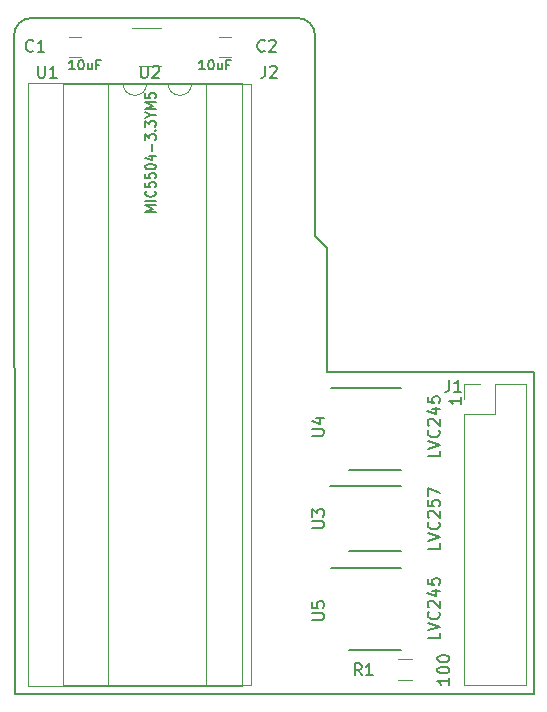
<source format=gbr>
%TF.GenerationSoftware,KiCad,Pcbnew,(5.1.5-0-10_14)*%
%TF.CreationDate,2020-10-24T19:52:31+02:00*%
%TF.ProjectId,c64board,63363462-6f61-4726-942e-6b696361645f,3.1*%
%TF.SameCoordinates,Original*%
%TF.FileFunction,Legend,Top*%
%TF.FilePolarity,Positive*%
%FSLAX46Y46*%
G04 Gerber Fmt 4.6, Leading zero omitted, Abs format (unit mm)*
G04 Created by KiCad (PCBNEW (5.1.5-0-10_14)) date 2020-10-24 19:52:31*
%MOMM*%
%LPD*%
G04 APERTURE LIST*
%ADD10C,0.150000*%
%ADD11C,0.120000*%
G04 APERTURE END LIST*
D10*
X132000000Y-50500000D02*
G75*
G02X133500000Y-49000000I1500000J0D01*
G01*
X156000000Y-49000000D02*
G75*
G02X157500000Y-50500000I0J-1500000D01*
G01*
X157500000Y-67500000D02*
X158500000Y-68500000D01*
X157500000Y-65000000D02*
X157500000Y-67500000D01*
X157500000Y-50500000D02*
X157500000Y-65000000D01*
X158500000Y-79000000D02*
X176000000Y-79000000D01*
X158500000Y-79000000D02*
X158500000Y-68500000D01*
X133500000Y-49000000D02*
X156000000Y-49000000D01*
X132080000Y-106250000D02*
X176000000Y-106250000D01*
X169852380Y-81114285D02*
X169852380Y-81685714D01*
X169852380Y-81400000D02*
X168852380Y-81400000D01*
X168995238Y-81495238D01*
X169090476Y-81590476D01*
X169138095Y-81685714D01*
X132080000Y-106250000D02*
X132000000Y-50500000D01*
X176000000Y-79000000D02*
X176000000Y-106250000D01*
D11*
X137660000Y-50585000D02*
X136660000Y-50585000D01*
X136660000Y-52285000D02*
X137660000Y-52285000D01*
X150360000Y-50585000D02*
X149360000Y-50585000D01*
X149360000Y-52285000D02*
X150360000Y-52285000D01*
X170120000Y-79950000D02*
X171450000Y-79950000D01*
X170120000Y-81280000D02*
X170120000Y-79950000D01*
X172720000Y-79950000D02*
X175320000Y-79950000D01*
X172720000Y-82550000D02*
X172720000Y-79950000D01*
X170120000Y-82550000D02*
X172720000Y-82550000D01*
X175320000Y-79950000D02*
X175320000Y-105470000D01*
X170120000Y-82550000D02*
X170120000Y-105470000D01*
X170120000Y-105470000D02*
X175320000Y-105470000D01*
X165700000Y-105020000D02*
X164500000Y-105020000D01*
X164500000Y-103260000D02*
X165700000Y-103260000D01*
X144410000Y-49825000D02*
X141960000Y-49825000D01*
X142610000Y-53045000D02*
X144410000Y-53045000D01*
D10*
X158785000Y-88640000D02*
X164760000Y-88640000D01*
X160360000Y-94165000D02*
X164760000Y-94165000D01*
X158810000Y-80370000D02*
X164785000Y-80370000D01*
X160335000Y-87270000D02*
X164785000Y-87270000D01*
X160335000Y-102510000D02*
X164785000Y-102510000D01*
X158810000Y-95610000D02*
X164785000Y-95610000D01*
D11*
X152110000Y-54550000D02*
X147050000Y-54550000D01*
X152110000Y-105470000D02*
X152110000Y-54550000D01*
X139990000Y-105470000D02*
X152110000Y-105470000D01*
X139990000Y-54550000D02*
X139990000Y-105470000D01*
X145050000Y-54550000D02*
X139990000Y-54550000D01*
X147050000Y-54550000D02*
G75*
G02X145050000Y-54550000I-1000000J0D01*
G01*
X151300000Y-54490000D02*
X133180000Y-54490000D01*
X151300000Y-105530000D02*
X151300000Y-54490000D01*
X133180000Y-105530000D02*
X151300000Y-105530000D01*
X133180000Y-54490000D02*
X133180000Y-105530000D01*
X148300000Y-54550000D02*
X143240000Y-54550000D01*
X148300000Y-105470000D02*
X148300000Y-54550000D01*
X136180000Y-105470000D02*
X148300000Y-105470000D01*
X136180000Y-54550000D02*
X136180000Y-105470000D01*
X141240000Y-54550000D02*
X136180000Y-54550000D01*
X143240000Y-54550000D02*
G75*
G02X141240000Y-54550000I-1000000J0D01*
G01*
D10*
X133633333Y-51757142D02*
X133585714Y-51804761D01*
X133442857Y-51852380D01*
X133347619Y-51852380D01*
X133204761Y-51804761D01*
X133109523Y-51709523D01*
X133061904Y-51614285D01*
X133014285Y-51423809D01*
X133014285Y-51280952D01*
X133061904Y-51090476D01*
X133109523Y-50995238D01*
X133204761Y-50900000D01*
X133347619Y-50852380D01*
X133442857Y-50852380D01*
X133585714Y-50900000D01*
X133633333Y-50947619D01*
X134585714Y-51852380D02*
X134014285Y-51852380D01*
X134300000Y-51852380D02*
X134300000Y-50852380D01*
X134204761Y-50995238D01*
X134109523Y-51090476D01*
X134014285Y-51138095D01*
X137142857Y-53361904D02*
X136685714Y-53361904D01*
X136914285Y-53361904D02*
X136914285Y-52561904D01*
X136838095Y-52676190D01*
X136761904Y-52752380D01*
X136685714Y-52790476D01*
X137638095Y-52561904D02*
X137714285Y-52561904D01*
X137790476Y-52600000D01*
X137828571Y-52638095D01*
X137866666Y-52714285D01*
X137904761Y-52866666D01*
X137904761Y-53057142D01*
X137866666Y-53209523D01*
X137828571Y-53285714D01*
X137790476Y-53323809D01*
X137714285Y-53361904D01*
X137638095Y-53361904D01*
X137561904Y-53323809D01*
X137523809Y-53285714D01*
X137485714Y-53209523D01*
X137447619Y-53057142D01*
X137447619Y-52866666D01*
X137485714Y-52714285D01*
X137523809Y-52638095D01*
X137561904Y-52600000D01*
X137638095Y-52561904D01*
X138590476Y-52828571D02*
X138590476Y-53361904D01*
X138247619Y-52828571D02*
X138247619Y-53247619D01*
X138285714Y-53323809D01*
X138361904Y-53361904D01*
X138476190Y-53361904D01*
X138552380Y-53323809D01*
X138590476Y-53285714D01*
X139238095Y-52942857D02*
X138971428Y-52942857D01*
X138971428Y-53361904D02*
X138971428Y-52561904D01*
X139352380Y-52561904D01*
X153233333Y-51757142D02*
X153185714Y-51804761D01*
X153042857Y-51852380D01*
X152947619Y-51852380D01*
X152804761Y-51804761D01*
X152709523Y-51709523D01*
X152661904Y-51614285D01*
X152614285Y-51423809D01*
X152614285Y-51280952D01*
X152661904Y-51090476D01*
X152709523Y-50995238D01*
X152804761Y-50900000D01*
X152947619Y-50852380D01*
X153042857Y-50852380D01*
X153185714Y-50900000D01*
X153233333Y-50947619D01*
X153614285Y-50947619D02*
X153661904Y-50900000D01*
X153757142Y-50852380D01*
X153995238Y-50852380D01*
X154090476Y-50900000D01*
X154138095Y-50947619D01*
X154185714Y-51042857D01*
X154185714Y-51138095D01*
X154138095Y-51280952D01*
X153566666Y-51852380D01*
X154185714Y-51852380D01*
X148142857Y-53361904D02*
X147685714Y-53361904D01*
X147914285Y-53361904D02*
X147914285Y-52561904D01*
X147838095Y-52676190D01*
X147761904Y-52752380D01*
X147685714Y-52790476D01*
X148638095Y-52561904D02*
X148714285Y-52561904D01*
X148790476Y-52600000D01*
X148828571Y-52638095D01*
X148866666Y-52714285D01*
X148904761Y-52866666D01*
X148904761Y-53057142D01*
X148866666Y-53209523D01*
X148828571Y-53285714D01*
X148790476Y-53323809D01*
X148714285Y-53361904D01*
X148638095Y-53361904D01*
X148561904Y-53323809D01*
X148523809Y-53285714D01*
X148485714Y-53209523D01*
X148447619Y-53057142D01*
X148447619Y-52866666D01*
X148485714Y-52714285D01*
X148523809Y-52638095D01*
X148561904Y-52600000D01*
X148638095Y-52561904D01*
X149590476Y-52828571D02*
X149590476Y-53361904D01*
X149247619Y-52828571D02*
X149247619Y-53247619D01*
X149285714Y-53323809D01*
X149361904Y-53361904D01*
X149476190Y-53361904D01*
X149552380Y-53323809D01*
X149590476Y-53285714D01*
X150238095Y-52942857D02*
X149971428Y-52942857D01*
X149971428Y-53361904D02*
X149971428Y-52561904D01*
X150352380Y-52561904D01*
X168866666Y-79652380D02*
X168866666Y-80366666D01*
X168819047Y-80509523D01*
X168723809Y-80604761D01*
X168580952Y-80652380D01*
X168485714Y-80652380D01*
X169866666Y-80652380D02*
X169295238Y-80652380D01*
X169580952Y-80652380D02*
X169580952Y-79652380D01*
X169485714Y-79795238D01*
X169390476Y-79890476D01*
X169295238Y-79938095D01*
X161433333Y-104652380D02*
X161100000Y-104176190D01*
X160861904Y-104652380D02*
X160861904Y-103652380D01*
X161242857Y-103652380D01*
X161338095Y-103700000D01*
X161385714Y-103747619D01*
X161433333Y-103842857D01*
X161433333Y-103985714D01*
X161385714Y-104080952D01*
X161338095Y-104128571D01*
X161242857Y-104176190D01*
X160861904Y-104176190D01*
X162385714Y-104652380D02*
X161814285Y-104652380D01*
X162100000Y-104652380D02*
X162100000Y-103652380D01*
X162004761Y-103795238D01*
X161909523Y-103890476D01*
X161814285Y-103938095D01*
X168852380Y-104866666D02*
X168852380Y-105438095D01*
X168852380Y-105152380D02*
X167852380Y-105152380D01*
X167995238Y-105247619D01*
X168090476Y-105342857D01*
X168138095Y-105438095D01*
X167852380Y-104247619D02*
X167852380Y-104152380D01*
X167900000Y-104057142D01*
X167947619Y-104009523D01*
X168042857Y-103961904D01*
X168233333Y-103914285D01*
X168471428Y-103914285D01*
X168661904Y-103961904D01*
X168757142Y-104009523D01*
X168804761Y-104057142D01*
X168852380Y-104152380D01*
X168852380Y-104247619D01*
X168804761Y-104342857D01*
X168757142Y-104390476D01*
X168661904Y-104438095D01*
X168471428Y-104485714D01*
X168233333Y-104485714D01*
X168042857Y-104438095D01*
X167947619Y-104390476D01*
X167900000Y-104342857D01*
X167852380Y-104247619D01*
X167852380Y-103295238D02*
X167852380Y-103200000D01*
X167900000Y-103104761D01*
X167947619Y-103057142D01*
X168042857Y-103009523D01*
X168233333Y-102961904D01*
X168471428Y-102961904D01*
X168661904Y-103009523D01*
X168757142Y-103057142D01*
X168804761Y-103104761D01*
X168852380Y-103200000D01*
X168852380Y-103295238D01*
X168804761Y-103390476D01*
X168757142Y-103438095D01*
X168661904Y-103485714D01*
X168471428Y-103533333D01*
X168233333Y-103533333D01*
X168042857Y-103485714D01*
X167947619Y-103438095D01*
X167900000Y-103390476D01*
X167852380Y-103295238D01*
X142748095Y-53052380D02*
X142748095Y-53861904D01*
X142795714Y-53957142D01*
X142843333Y-54004761D01*
X142938571Y-54052380D01*
X143129047Y-54052380D01*
X143224285Y-54004761D01*
X143271904Y-53957142D01*
X143319523Y-53861904D01*
X143319523Y-53052380D01*
X143748095Y-53147619D02*
X143795714Y-53100000D01*
X143890952Y-53052380D01*
X144129047Y-53052380D01*
X144224285Y-53100000D01*
X144271904Y-53147619D01*
X144319523Y-53242857D01*
X144319523Y-53338095D01*
X144271904Y-53480952D01*
X143700476Y-54052380D01*
X144319523Y-54052380D01*
X144007142Y-65409523D02*
X143107142Y-65409523D01*
X143750000Y-65142857D01*
X143107142Y-64876190D01*
X144007142Y-64876190D01*
X144007142Y-64495238D02*
X143107142Y-64495238D01*
X143921428Y-63657142D02*
X143964285Y-63695238D01*
X144007142Y-63809523D01*
X144007142Y-63885714D01*
X143964285Y-64000000D01*
X143878571Y-64076190D01*
X143792857Y-64114285D01*
X143621428Y-64152380D01*
X143492857Y-64152380D01*
X143321428Y-64114285D01*
X143235714Y-64076190D01*
X143150000Y-64000000D01*
X143107142Y-63885714D01*
X143107142Y-63809523D01*
X143150000Y-63695238D01*
X143192857Y-63657142D01*
X143107142Y-62933333D02*
X143107142Y-63314285D01*
X143535714Y-63352380D01*
X143492857Y-63314285D01*
X143450000Y-63238095D01*
X143450000Y-63047619D01*
X143492857Y-62971428D01*
X143535714Y-62933333D01*
X143621428Y-62895238D01*
X143835714Y-62895238D01*
X143921428Y-62933333D01*
X143964285Y-62971428D01*
X144007142Y-63047619D01*
X144007142Y-63238095D01*
X143964285Y-63314285D01*
X143921428Y-63352380D01*
X143107142Y-62171428D02*
X143107142Y-62552380D01*
X143535714Y-62590476D01*
X143492857Y-62552380D01*
X143450000Y-62476190D01*
X143450000Y-62285714D01*
X143492857Y-62209523D01*
X143535714Y-62171428D01*
X143621428Y-62133333D01*
X143835714Y-62133333D01*
X143921428Y-62171428D01*
X143964285Y-62209523D01*
X144007142Y-62285714D01*
X144007142Y-62476190D01*
X143964285Y-62552380D01*
X143921428Y-62590476D01*
X143107142Y-61638095D02*
X143107142Y-61561904D01*
X143150000Y-61485714D01*
X143192857Y-61447619D01*
X143278571Y-61409523D01*
X143450000Y-61371428D01*
X143664285Y-61371428D01*
X143835714Y-61409523D01*
X143921428Y-61447619D01*
X143964285Y-61485714D01*
X144007142Y-61561904D01*
X144007142Y-61638095D01*
X143964285Y-61714285D01*
X143921428Y-61752380D01*
X143835714Y-61790476D01*
X143664285Y-61828571D01*
X143450000Y-61828571D01*
X143278571Y-61790476D01*
X143192857Y-61752380D01*
X143150000Y-61714285D01*
X143107142Y-61638095D01*
X143407142Y-60685714D02*
X144007142Y-60685714D01*
X143064285Y-60876190D02*
X143707142Y-61066666D01*
X143707142Y-60571428D01*
X143664285Y-60266666D02*
X143664285Y-59657142D01*
X143107142Y-59352380D02*
X143107142Y-58857142D01*
X143450000Y-59123809D01*
X143450000Y-59009523D01*
X143492857Y-58933333D01*
X143535714Y-58895238D01*
X143621428Y-58857142D01*
X143835714Y-58857142D01*
X143921428Y-58895238D01*
X143964285Y-58933333D01*
X144007142Y-59009523D01*
X144007142Y-59238095D01*
X143964285Y-59314285D01*
X143921428Y-59352380D01*
X143921428Y-58514285D02*
X143964285Y-58476190D01*
X144007142Y-58514285D01*
X143964285Y-58552380D01*
X143921428Y-58514285D01*
X144007142Y-58514285D01*
X143107142Y-58209523D02*
X143107142Y-57714285D01*
X143450000Y-57980952D01*
X143450000Y-57866666D01*
X143492857Y-57790476D01*
X143535714Y-57752380D01*
X143621428Y-57714285D01*
X143835714Y-57714285D01*
X143921428Y-57752380D01*
X143964285Y-57790476D01*
X144007142Y-57866666D01*
X144007142Y-58095238D01*
X143964285Y-58171428D01*
X143921428Y-58209523D01*
X143578571Y-57219047D02*
X144007142Y-57219047D01*
X143107142Y-57485714D02*
X143578571Y-57219047D01*
X143107142Y-56952380D01*
X144007142Y-56685714D02*
X143107142Y-56685714D01*
X143750000Y-56419047D01*
X143107142Y-56152380D01*
X144007142Y-56152380D01*
X143107142Y-55390476D02*
X143107142Y-55771428D01*
X143535714Y-55809523D01*
X143492857Y-55771428D01*
X143450000Y-55695238D01*
X143450000Y-55504761D01*
X143492857Y-55428571D01*
X143535714Y-55390476D01*
X143621428Y-55352380D01*
X143835714Y-55352380D01*
X143921428Y-55390476D01*
X143964285Y-55428571D01*
X144007142Y-55504761D01*
X144007142Y-55695238D01*
X143964285Y-55771428D01*
X143921428Y-55809523D01*
X157252380Y-92161904D02*
X158061904Y-92161904D01*
X158157142Y-92114285D01*
X158204761Y-92066666D01*
X158252380Y-91971428D01*
X158252380Y-91780952D01*
X158204761Y-91685714D01*
X158157142Y-91638095D01*
X158061904Y-91590476D01*
X157252380Y-91590476D01*
X157252380Y-91209523D02*
X157252380Y-90590476D01*
X157633333Y-90923809D01*
X157633333Y-90780952D01*
X157680952Y-90685714D01*
X157728571Y-90638095D01*
X157823809Y-90590476D01*
X158061904Y-90590476D01*
X158157142Y-90638095D01*
X158204761Y-90685714D01*
X158252380Y-90780952D01*
X158252380Y-91066666D01*
X158204761Y-91161904D01*
X158157142Y-91209523D01*
X168052380Y-93447619D02*
X168052380Y-93923809D01*
X167052380Y-93923809D01*
X167052380Y-93257142D02*
X168052380Y-92923809D01*
X167052380Y-92590476D01*
X167957142Y-91685714D02*
X168004761Y-91733333D01*
X168052380Y-91876190D01*
X168052380Y-91971428D01*
X168004761Y-92114285D01*
X167909523Y-92209523D01*
X167814285Y-92257142D01*
X167623809Y-92304761D01*
X167480952Y-92304761D01*
X167290476Y-92257142D01*
X167195238Y-92209523D01*
X167100000Y-92114285D01*
X167052380Y-91971428D01*
X167052380Y-91876190D01*
X167100000Y-91733333D01*
X167147619Y-91685714D01*
X167147619Y-91304761D02*
X167100000Y-91257142D01*
X167052380Y-91161904D01*
X167052380Y-90923809D01*
X167100000Y-90828571D01*
X167147619Y-90780952D01*
X167242857Y-90733333D01*
X167338095Y-90733333D01*
X167480952Y-90780952D01*
X168052380Y-91352380D01*
X168052380Y-90733333D01*
X167052380Y-89828571D02*
X167052380Y-90304761D01*
X167528571Y-90352380D01*
X167480952Y-90304761D01*
X167433333Y-90209523D01*
X167433333Y-89971428D01*
X167480952Y-89876190D01*
X167528571Y-89828571D01*
X167623809Y-89780952D01*
X167861904Y-89780952D01*
X167957142Y-89828571D01*
X168004761Y-89876190D01*
X168052380Y-89971428D01*
X168052380Y-90209523D01*
X168004761Y-90304761D01*
X167957142Y-90352380D01*
X167052380Y-89447619D02*
X167052380Y-88780952D01*
X168052380Y-89209523D01*
X157252380Y-84361904D02*
X158061904Y-84361904D01*
X158157142Y-84314285D01*
X158204761Y-84266666D01*
X158252380Y-84171428D01*
X158252380Y-83980952D01*
X158204761Y-83885714D01*
X158157142Y-83838095D01*
X158061904Y-83790476D01*
X157252380Y-83790476D01*
X157585714Y-82885714D02*
X158252380Y-82885714D01*
X157204761Y-83123809D02*
X157919047Y-83361904D01*
X157919047Y-82742857D01*
X168052380Y-85647619D02*
X168052380Y-86123809D01*
X167052380Y-86123809D01*
X167052380Y-85457142D02*
X168052380Y-85123809D01*
X167052380Y-84790476D01*
X167957142Y-83885714D02*
X168004761Y-83933333D01*
X168052380Y-84076190D01*
X168052380Y-84171428D01*
X168004761Y-84314285D01*
X167909523Y-84409523D01*
X167814285Y-84457142D01*
X167623809Y-84504761D01*
X167480952Y-84504761D01*
X167290476Y-84457142D01*
X167195238Y-84409523D01*
X167100000Y-84314285D01*
X167052380Y-84171428D01*
X167052380Y-84076190D01*
X167100000Y-83933333D01*
X167147619Y-83885714D01*
X167147619Y-83504761D02*
X167100000Y-83457142D01*
X167052380Y-83361904D01*
X167052380Y-83123809D01*
X167100000Y-83028571D01*
X167147619Y-82980952D01*
X167242857Y-82933333D01*
X167338095Y-82933333D01*
X167480952Y-82980952D01*
X168052380Y-83552380D01*
X168052380Y-82933333D01*
X167385714Y-82076190D02*
X168052380Y-82076190D01*
X167004761Y-82314285D02*
X167719047Y-82552380D01*
X167719047Y-81933333D01*
X167052380Y-81076190D02*
X167052380Y-81552380D01*
X167528571Y-81600000D01*
X167480952Y-81552380D01*
X167433333Y-81457142D01*
X167433333Y-81219047D01*
X167480952Y-81123809D01*
X167528571Y-81076190D01*
X167623809Y-81028571D01*
X167861904Y-81028571D01*
X167957142Y-81076190D01*
X168004761Y-81123809D01*
X168052380Y-81219047D01*
X168052380Y-81457142D01*
X168004761Y-81552380D01*
X167957142Y-81600000D01*
X157252380Y-99961904D02*
X158061904Y-99961904D01*
X158157142Y-99914285D01*
X158204761Y-99866666D01*
X158252380Y-99771428D01*
X158252380Y-99580952D01*
X158204761Y-99485714D01*
X158157142Y-99438095D01*
X158061904Y-99390476D01*
X157252380Y-99390476D01*
X157252380Y-98438095D02*
X157252380Y-98914285D01*
X157728571Y-98961904D01*
X157680952Y-98914285D01*
X157633333Y-98819047D01*
X157633333Y-98580952D01*
X157680952Y-98485714D01*
X157728571Y-98438095D01*
X157823809Y-98390476D01*
X158061904Y-98390476D01*
X158157142Y-98438095D01*
X158204761Y-98485714D01*
X158252380Y-98580952D01*
X158252380Y-98819047D01*
X158204761Y-98914285D01*
X158157142Y-98961904D01*
X168052380Y-101047619D02*
X168052380Y-101523809D01*
X167052380Y-101523809D01*
X167052380Y-100857142D02*
X168052380Y-100523809D01*
X167052380Y-100190476D01*
X167957142Y-99285714D02*
X168004761Y-99333333D01*
X168052380Y-99476190D01*
X168052380Y-99571428D01*
X168004761Y-99714285D01*
X167909523Y-99809523D01*
X167814285Y-99857142D01*
X167623809Y-99904761D01*
X167480952Y-99904761D01*
X167290476Y-99857142D01*
X167195238Y-99809523D01*
X167100000Y-99714285D01*
X167052380Y-99571428D01*
X167052380Y-99476190D01*
X167100000Y-99333333D01*
X167147619Y-99285714D01*
X167147619Y-98904761D02*
X167100000Y-98857142D01*
X167052380Y-98761904D01*
X167052380Y-98523809D01*
X167100000Y-98428571D01*
X167147619Y-98380952D01*
X167242857Y-98333333D01*
X167338095Y-98333333D01*
X167480952Y-98380952D01*
X168052380Y-98952380D01*
X168052380Y-98333333D01*
X167385714Y-97476190D02*
X168052380Y-97476190D01*
X167004761Y-97714285D02*
X167719047Y-97952380D01*
X167719047Y-97333333D01*
X167052380Y-96476190D02*
X167052380Y-96952380D01*
X167528571Y-97000000D01*
X167480952Y-96952380D01*
X167433333Y-96857142D01*
X167433333Y-96619047D01*
X167480952Y-96523809D01*
X167528571Y-96476190D01*
X167623809Y-96428571D01*
X167861904Y-96428571D01*
X167957142Y-96476190D01*
X168004761Y-96523809D01*
X168052380Y-96619047D01*
X168052380Y-96857142D01*
X168004761Y-96952380D01*
X167957142Y-97000000D01*
X153266666Y-53052380D02*
X153266666Y-53766666D01*
X153219047Y-53909523D01*
X153123809Y-54004761D01*
X152980952Y-54052380D01*
X152885714Y-54052380D01*
X153695238Y-53147619D02*
X153742857Y-53100000D01*
X153838095Y-53052380D01*
X154076190Y-53052380D01*
X154171428Y-53100000D01*
X154219047Y-53147619D01*
X154266666Y-53242857D01*
X154266666Y-53338095D01*
X154219047Y-53480952D01*
X153647619Y-54052380D01*
X154266666Y-54052380D01*
X134038095Y-53052380D02*
X134038095Y-53861904D01*
X134085714Y-53957142D01*
X134133333Y-54004761D01*
X134228571Y-54052380D01*
X134419047Y-54052380D01*
X134514285Y-54004761D01*
X134561904Y-53957142D01*
X134609523Y-53861904D01*
X134609523Y-53052380D01*
X135609523Y-54052380D02*
X135038095Y-54052380D01*
X135323809Y-54052380D02*
X135323809Y-53052380D01*
X135228571Y-53195238D01*
X135133333Y-53290476D01*
X135038095Y-53338095D01*
M02*

</source>
